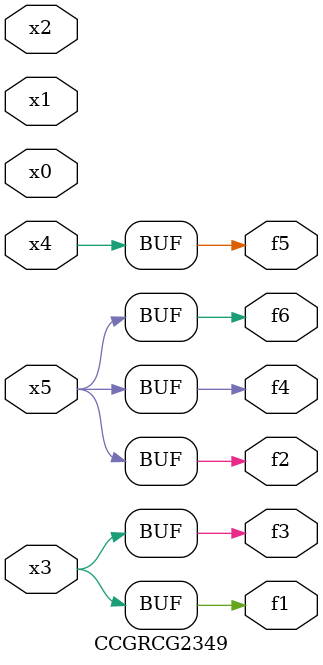
<source format=v>
module CCGRCG2349(
	input x0, x1, x2, x3, x4, x5,
	output f1, f2, f3, f4, f5, f6
);
	assign f1 = x3;
	assign f2 = x5;
	assign f3 = x3;
	assign f4 = x5;
	assign f5 = x4;
	assign f6 = x5;
endmodule

</source>
